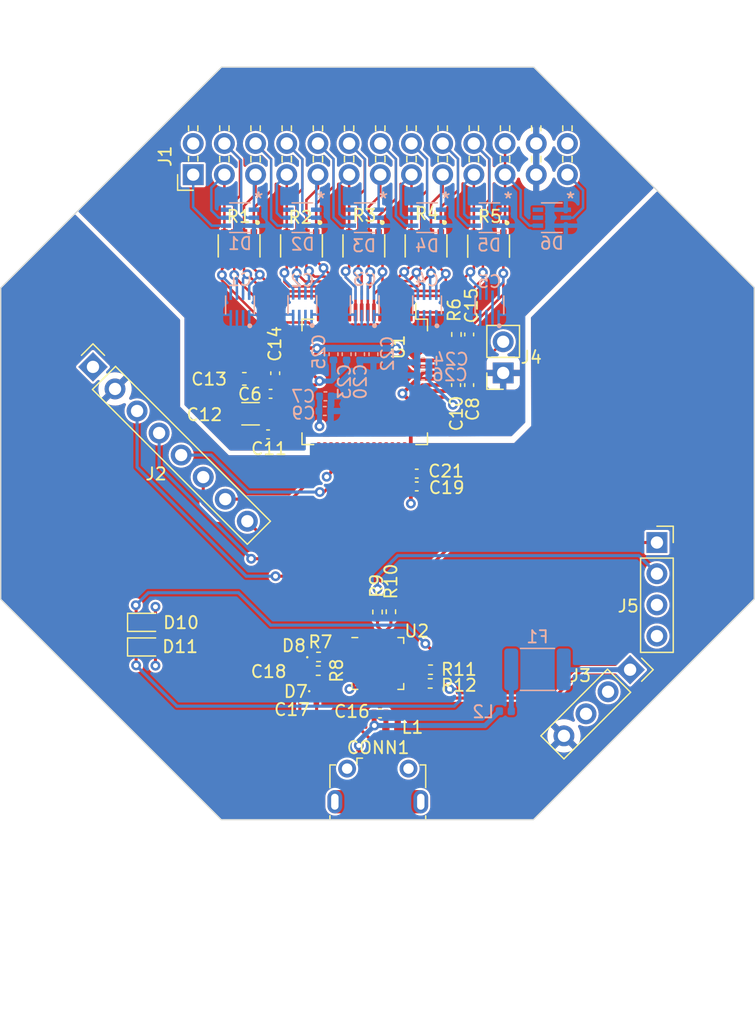
<source format=kicad_pcb>
(kicad_pcb (version 20211014) (generator pcbnew)
  (layers (0 "F.Cu" signal) (1 "In1.Cu" signal) (2 "In2.Cu" signal) (31 "B.Cu" signal) (34 "B.Paste" user) (35 "F.Paste" user) (36 "B.SilkS" user "B.Silkscreen") (37 "F.SilkS" user "F.Silkscreen") (38 "B.Mask" user) (39 "F.Mask" user) (44 "Edge.Cuts" user))
  (net 0 "")
  (net 1 "GNDA")
  (net 2 "/Daisy Functionality/_SRB1")
  (net 3 "/Daisy Functionality/_SRB2")
  (net 4 "/Daisy Functionality/IN1P")
  (net 5 "/Daisy Functionality/IN1N")
  (net 6 "/Daisy Functionality/IN2P")
  (net 7 "/Daisy Functionality/IN2N")
  (net 8 "/Daisy Functionality/IN3P")
  (net 9 "/Daisy Functionality/IN3N")
  (net 10 "/Daisy Functionality/IN4P")
  (net 11 "/Daisy Functionality/IN4N")
  (net 12 "/Daisy Functionality/IN5P")
  (net 13 "/Daisy Functionality/IN5N")
  (net 14 "/Daisy Functionality/IN6P")
  (net 15 "/Daisy Functionality/IN6N")
  (net 16 "/Daisy Functionality/IN7P")
  (net 17 "/Daisy Functionality/IN7N")
  (net 18 "/Daisy Functionality/IN8P")
  (net 19 "/Daisy Functionality/IN8N")
  (net 20 "/Daisy Functionality/BIAS_DRV")
  (net 21 "VSSA")
  (net 22 "Net-(C6-Pad2)")
  (net 23 "Net-(C10-Pad2)")
  (net 24 "Net-(C11-Pad2)")
  (net 25 "Net-(C12-Pad2)")
  (net 26 "Net-(C13-Pad1)")
  (net 27 "Net-(C15-Pad2)")
  (net 28 "Net-(C16-Pad1)")
  (net 29 "Net-(C16-Pad2)")
  (net 30 "Net-(C17-Pad1)")
  (net 31 "Net-(C18-Pad1)")
  (net 32 "VDD")
  (net 33 "VDDA")
  (net 35 "/1P")
  (net 36 "/SRB2")
  (net 38 "/3P")
  (net 39 "/2N")
  (net 40 "/1N")
  (net 41 "/2P")
  (net 43 "/5P")
  (net 44 "/4N")
  (net 45 "/3N")
  (net 46 "/4P")
  (net 48 "/7P")
  (net 49 "/6N")
  (net 50 "/5N")
  (net 51 "/6P")
  (net 54 "/8N")
  (net 55 "/7N")
  (net 56 "/8P")
  (net 58 "/BIAS")
  (net 61 "Net-(D10-Pad1)")
  (net 62 "Net-(D11-Pad1)")
  (net 63 "VCOM")
  (net 64 "Net-(F1-Pad2)")
  (net 65 "/_MISO")
  (net 66 "/SCLK")
  (net 67 "/RESET")
  (net 68 "/CLK")
  (net 69 "/MOSI")
  (net 70 "/CS2")
  (net 72 "/BIAS_INV")
  (net 73 "/RXD")
  (net 74 "/TXD")
  (net 77 "Net-(R7-Pad2)")
  (net 78 "Net-(R8-Pad2)")
  (net 79 "Net-(R9-Pad1)")
  (net 80 "Net-(R10-Pad1)")
  (net 81 "Net-(R11-Pad2)")
  (net 82 "Net-(R12-Pad2)")
  (net 90 "/Daisy Functionality/_DRDY")
  (net 104 "/SRB1")
  (footprint "Capacitor_SMD:C_0603_1608Metric" (layer "F.Cu") (at 128.8288 101.6254 180)
    (fp_text reference "C13")
    (fp_text value "10uF")
  )
  (footprint "LED_SMD:LED_0603_1608Metric" (layer "F.Cu") (at 120.8023 123.4694)
    (fp_text reference "D11")
    (fp_text value "LED_GREEN")
  )
  (footprint "Resistor Arrays:RESCAF80P320X160X60-8N" (layer "F.Cu") (at 133.4832 90.791 -90)
    (fp_text reference "R2")
    (fp_text value "CAY16-222J4LF")
  )
  (footprint "Diode_SMD:D_0402_1005Metric" (layer "F.Cu") (at 135.2042 127.0762)
    (fp_text reference "D7")
    (fp_text value "ESD_VARISTOR")
  )
  (footprint "Capacitor_SMD:C_0402_1005Metric" (layer "F.Cu") (at 131.3434 101.1682 90)
    (fp_text reference "C14")
    (fp_text value "0.1uF")
  )
  (footprint "Capacitor_SMD:C_0402_1005Metric" (layer "F.Cu") (at 147.1439 98.008 -90)
    (fp_text reference "C15")
    (fp_text value "1nF")
  )
  (footprint "Resistor_SMD:R_0402_1005Metric" (layer "F.Cu") (at 146.1025 98.006 -90)
    (fp_text reference "R6")
    (fp_text value "1M")
  )
  (footprint "Resistor_SMD:R_0402_1005Metric" (layer "F.Cu") (at 134.8486 125.3998)
    (fp_text reference "R8")
    (fp_text value "22 ohm")
  )
  (footprint "Resistor Arrays:RESCAF80P320X160X60-8N" (layer "F.Cu") (at 128.4032 90.791 -90)
    (fp_text reference "R1")
    (fp_text value "CAY16-222J4LF")
  )
  (footprint "Capacitor_SMD:C_0402_1005Metric" (layer "F.Cu") (at 130.7618 106.1466)
    (fp_text reference "C11")
    (fp_text value "1uF")
  )
  (footprint "Inductor_SMD:L_0402_1005Metric" (layer "F.Cu") (at 140.8406 130.0734)
    (fp_text reference "L1")
    (fp_text value "CHOKE")
  )
  (footprint "Resistor Arrays:RESCAF80P320X160X60-8N" (layer "F.Cu") (at 148.7232 90.8164 -90)
    (fp_text reference "R5")
    (fp_text value "CAY16-222J4LF")
  )
  (footprint "Connector_PinSocket_2.54mm:PinSocket_1x04_P2.54mm_Vertical" (layer "F.Cu") (at 160.2486 125.3236 -45)
    (fp_text reference "J3")
    (fp_text value "Conn_01x04")
  )
  (footprint "Capacitor_SMD:C_0402_1005Metric" (layer "F.Cu") (at 142.8724 110.3884)
    (fp_text reference "C19")
    (fp_text value "1uF")
  )
  (footprint "Package_DFN_QFN:QFN-24-1EP_4x4mm_P0.5mm_EP2.6x2.6mm" (layer "F.Cu") (at 139.7 124.8156)
    (fp_text reference "U2")
    (fp_text value "CP2102N-Axx-xQFN24")
  )
  (footprint "Connector_PinHeader_2.54mm:PinHeader_2x13_P2.54mm_Horizontal" (layer "F.Cu") (at 124.6632 84.9884 90)
    (fp_text reference "J1")
    (fp_text value "Conn_02x13_Odd_Even")
  )
  (footprint "Capacitor_SMD:C_0201_0603Metric" (layer "F.Cu") (at 135.0162 128.0668)
    (fp_text reference "C17")
    (fp_text value "47pF")
  )
  (footprint "Connector_PinSocket_2.54mm:PinSocket_1x04_P2.54mm_Vertical" (layer "F.Cu") (at 162.433 114.9604)
    (fp_text reference "J5")
    (fp_text value "Conn_01x04")
  )
  (footprint "Connector_USB:USB_Micro-B_Molex-105017-0001" (layer "F.Cu") (at 139.7 134.8428)
    (fp_text reference "CONN1")
    (fp_text value "USB_B_Micro")
  )
  (footprint "Capacitor_SMD:C_0402_1005Metric" (layer "F.Cu") (at 146.0754 102.1308 -90)
    (fp_text reference "C10")
    (fp_text value "0.1uF")
  )
  (footprint "Resistor_SMD:R_0402_1005Metric" (layer "F.Cu") (at 143.9672 126.4412 180)
    (fp_text reference "R12")
    (fp_text value "330 ohm")
  )
  (footprint "Capacitor_SMD:C_0402_1005Metric" (layer "F.Cu") (at 139.8804 128.8796)
    (fp_text reference "C16")
    (fp_text value "0.01uF")
  )
  (footprint "Package_QFP:TQFP-64_10x10mm_P0.5mm" (layer "F.Cu") (at 138.6349 101.8688 -90)
    (fp_text reference "U1")
    (fp_text value "ADS129x")
  )
  (footprint "LED_SMD:LED_0603_1608Metric" (layer "F.Cu") (at 120.8023 121.4628)
    (fp_text reference "D10")
    (fp_text value "LED_RED")
  )
  (footprint "Resistor_SMD:R_0402_1005Metric" (layer "F.Cu") (at 134.874 124.2822)
    (fp_text reference "R7")
    (fp_text value "22 ohm")
  )
  (footprint "Resistor_SMD:R_0402_1005Metric" (layer "F.Cu") (at 140.7668 120.5972 90)
    (fp_text reference "R10")
    (fp_text value "1k ohm")
  )
  (footprint "Capacitor_SMD:C_0201_0603Metric" (layer "F.Cu") (at 133.0304 125.4252 180)
    (fp_text reference "C18")
    (fp_text value "47pF")
  )
  (footprint "Capacitor_SMD:C_0402_1005Metric" (layer "F.Cu") (at 147.1422 102.1308 -90)
    (fp_text reference "C8")
    (fp_text value "1uF")
  )
  (footprint "Connector_PinSocket_2.54mm:PinSocket_1x02_P2.54mm_Vertical" (layer "F.Cu") (at 149.9108 101.1428 180)
    (fp_text reference "J4")
    (fp_text value "Conn_01x02")
  )
  (footprint "Resistor_SMD:R_0402_1005Metric" (layer "F.Cu") (at 143.9926 125.3236 180)
    (fp_text reference "R11")
    (fp_text value "330 ohm")
  )
  (footprint "Diode_SMD:D_0402_1005Metric" (layer "F.Cu") (at 132.865 124.3076 180)
    (fp_text reference "D8")
    (fp_text value "ESD_VARISTOR")
  )
  (footprint "Resistor Arrays:RESCAF80P320X160X60-8N" (layer "F.Cu") (at 143.6306 90.791 -90)
    (fp_text reference "R4")
    (fp_text value "CAY16-222J4LF")
  )
  (footprint "Capacitor_SMD:C_0402_1005Metric" (layer "F.Cu") (at 130.965 102.8446)
    (fp_text reference "C6")
    (fp_text value "1uF")
  )
  (footprint "Resistor Arrays:RESCAF80P320X160X60-8N" (layer "F.Cu") (at 138.5632 90.791 -90)
    (fp_text reference "R3")
    (fp_text value "CAY16-222J4LF")
  )
  (footprint "Capacitor_SMD:C_0402_1005Metric" (layer "F.Cu") (at 142.8724 109.347)
    (fp_text reference "C21")
    (fp_text value "0.1uF")
  )
  (footprint "Connector_PinSocket_2.54mm:PinSocket_1x08_P2.54mm_Vertical" (layer "F.Cu") (at 116.5 100.65 45)
    (fp_text reference "J2")
    (fp_text value "Conn_01x08")
  )
  (footprint "Resistor_SMD:R_0402_1005Metric" (layer "F.Cu") (at 139.6746 120.6226 90)
    (fp_text reference "R9")
    (fp_text value "1k ohm")
  )
  (footprint "Capacitor_SMD:C_1206_3216Metric" (layer "F.Cu") (at 129.3368 104.4702)
    (fp_text reference "C12")
    (fp_text value "100uF")
  )
  (footprint "Capacitor_SMD:C_0402_1005Metric" (layer "B.Cu") (at 143.3856 101.346 180)
    (fp_text reference "C26")
    (fp_text value "0.1uF")
  )
  (footprint "Capacitor_SMD:C_0402_1005Metric" (layer "B.Cu") (at 136.0932 99.6162 -90)
    (fp_text reference "C25")
    (fp_text value "0.1uF")
  )
  (footprint "Capacitor Arrays:CAPCAXE50P210X130X94-8N" (layer "B.Cu") (at 148.7932 95.6056 90)
    (fp_text reference "C5")
    (fp_text value "CA0508KRX7R9BB102")
  )
  (footprint "Capacitor Arrays:CAPCAXE50P210X130X94-8N" (layer "B.Cu") (at 143.7132 95.6056 90)
    (fp_text reference "C4")
    (fp_text value "CA0508KRX7R9BB102")
  )
  (footprint "Capacitor_SMD:C_0402_1005Metric" (layer "B.Cu") (at 138.2522 99.6162 -90)
    (fp_text reference "C20")
    (fp_text value "1uF")
  )
  (footprint "TSV - Diodes:TPD4E1B06DCKR" (layer "B.Cu") (at 143.7132 88.4936 180)
    (fp_text reference "D4")
    (fp_text value "DCK6_TEX")
  )
  (footprint "TSV - Diodes:TPD4E1B06DCKR" (layer "B.Cu") (at 153.8732 88.4936 180)
    (fp_text reference "D6")
    (fp_text value "DCK6_TEX")
  )
  (footprint "Capacitor Arrays:CAPCAXE50P210X130X94-8N" (layer "B.Cu") (at 128.4732 95.6056 90)
    (fp_text reference "C1")
    (fp_text value "CA0508KRX7R9BB102")
  )
  (footprint "Fuse:Fuse_1812_4532Metric" (layer "B.Cu") (at 152.7048 125.2982 180)
    (fp_text reference "F1")
    (fp_text value "SM_FUSE")
  )
  (footprint "Capacitor_SMD:C_0402_1005Metric" (layer "B.Cu") (at 135.382 104.2442)
    (fp_text reference "C9")
    (fp_text value "1uF")
  )
  (footprint "TSV - Diodes:TPD4E1B06DCKR" (layer "B.Cu") (at 138.6332 88.4936 180)
    (fp_text reference "D3")
    (fp_text value "DCK6_TEX")
  )
  (footprint "Capacitor_SMD:C_0402_1005Metric" (layer "B.Cu") (at 137.16 99.6162 -90)
    (fp_text reference "C23")
    (fp_text value "1uF")
  )
  (footprint "Capacitor Arrays:CAPCAXE50P210X130X94-8N" (layer "B.Cu") (at 138.6332 95.5913 90)
    (fp_text reference "C3")
    (fp_text value "CA0508KRX7R9BB102")
  )
  (footprint "Inductor_SMD:L_0402_1005Metric" (layer "B.Cu") (at 150.0886 128.7018 180)
    (fp_text reference "L2")
    (fp_text value "CHOKE")
  )
  (footprint "Capacitor_SMD:C_0402_1005Metric" (layer "B.Cu") (at 143.3856 100.2792 180)
    (fp_text reference "C24")
    (fp_text value "1uF")
  )
  (footprint "TSV - Diodes:TPD4E1B06DCKR" (layer "B.Cu") (at 128.4732 88.4936 180)
    (fp_text reference "D1")
    (fp_text value "DCK6_TEX")
  )
  (footprint "Capacitor Arrays:CAPCAXE50P210X130X94-8N" (layer "B.Cu") (at 133.5532 95.5802 90)
    (fp_text reference "C2")
    (fp_text value "CA0508KRX7R9BB102")
  )
  (footprint "Capacitor_SMD:C_0402_1005Metric" (layer "B.Cu") (at 139.3444 99.6162 -90)
    (fp_text reference "C22")
    (fp_text value "0.1uF")
  )
  (footprint "TSV - Diodes:TPD4E1B06DCKR" (layer "B.Cu") (at 133.5532 88.4936 180)
    (fp_text reference "D2")
    (fp_text value "DCK6_TEX")
  )
  (footprint "Capacitor_SMD:C_0402_1005Metric" (layer "B.Cu") (at 135.4328 103.0478)
    (fp_text reference "C7")
    (fp_text value "1uF")
  )
  (footprint "TSV - Diodes:TPD4E1B06DCKR" (layer "B.Cu") (at 148.7932 88.4936 180)
    (fp_text reference "D5")
    (fp_text value "DCK6_TEX")
  )
  (gr_poly (pts (xy 170.3578 94.1832) (xy 170.3578 119.5578) (xy 152.3746 137.541) (xy 126.9492 137.541) (xy 108.9914 119.5832) (xy 108.9914 94.2086) (xy 126.9746 76.2254) (xy 152.4 76.2254)) (layer "Edge.Cuts") (width 0.1016) (fill none))
  (segment (start 138.95 124.0656) (end 139.7 124.8156) (width 0.25) (layer "F.Cu") (net 1))
  (segment (start 132.38 122.8392) (end 132.38 124.3076) (width 0.25) (layer "F.Cu") (net 1))
  (segment (start 135.4074 122.7582) (end 132.461 122.7582) (width 0.25) (layer "F.Cu") (net 1))
  (segment (start 137.7625 124.0656) (end 136.7148 124.0656) (width 0.25) (layer "F.Cu") (net 1))
  (segment (start 136.7148 124.0656) (end 135.4074 122.7582) (width 0.25) (layer "F.Cu") (net 1))
  (segment (start 137.7625 124.0656) (end 138.95 124.0656) (width 0.25) (layer "F.Cu") (net 1))
  (segment (start 132.461 122.7582) (end 132.38 122.8392) (width 0.25) (layer "F.Cu") (net 1))
  (segment (start 134.8849 107.5313) (end 134.8849 108.572704) (width 0.25) (layer "F.Cu") (net 1))
  (segment (start 134.8849 108.572704) (end 134.390702 109.066902) (width 0.25) (layer "F.Cu") (net 1))
  (segment (start 137.8832 96.3913) (end 137.8832 97.548) (width 0.2032) (layer "B.Cu") (net 1))
  (segment (start 139.3832 96.3913) (end 140.1555 96.3913) (width 0.2032) (layer "B.Cu") (net 1))
  (segment (start 139.3832 96.3913) (end 139.3832 97.5226) (width 0.2032) (layer "B.Cu") (net 1))
  (segment (start 148.0432 96.4056) (end 148.0432 97.524) (width 0.2032) (layer "B.Cu") (net 1))
  (segment (start 149.5432 96.4056) (end 150.3298 96.4056) (width 0.2032) (layer "B.Cu") (net 1))
  (segment (start 149.0432 96.4056) (end 149.0432 97.54) (width 0.2032) (layer "B.Cu") (net 1))
  (segment (start 128.7232 96.4056) (end 128.7232 97.5574) (width 0.2032) (layer "B.Cu") (net 1))
  (segment (start 134.3032 96.3802) (end 135.2168 96.3802) (width 0.2032) (layer "B.Cu") (net 1))
  (segment (start 149.0432 97.54) (end 148.7932 97.79) (width 0.2032) (layer "B.Cu") (net 1))
  (segment (start 128.2232 96.4056) (end 128.2232 97.4892) (width 0.2032) (layer "B.Cu") (net 1))
  (segment (start 127.7232 96.4056) (end 126.784 96.4056) (width 0.2032) (layer "B.Cu") (net 1))
  (segment (start 138.3832 96.3913) (end 138.3832 97.5146) (width 0.2032) (layer "B.Cu") (net 1))
  (segment (start 142.9632 96.4056) (end 142.9632 97.524) (width 0.2032) (layer "B.Cu") (net 1))
  (segment (start 137.8832 96.3913) (end 137.0601 96.3913) (width 0.2032) (layer "B.Cu") (net 1))
  (segment (start 148.0432 96.4056) (end 147.2818 96.4056) (width 0.2032) (layer "B.Cu") (net 1))
  (segment (start 133.3032 96.3802) (end 133.3032 97.5908) (width 0.2032) (layer "B.Cu") (net 1))
  (segment (start 132.8032 96.3802) (end 132.8032 97.5988) (width 0.2032) (layer "B.Cu") (net 1))
  (segment (start 143.9632 96.4056) (end 143.9632 97.413) (width 0.2032) (layer "B.Cu") (net 1))
  (segment (start 149.5432 96.4056) (end 149.5432 97.3702) (width 0.2032) (layer "B.Cu") (net 1))
  (segment (start 129.2232 96.4056) (end 130.1622 96.4056) (width 0.2032) (layer "B.Cu") (net 1))
  (segment (start 144.4632 96.4056) (end 144.4632 97.5494) (width 0.2032) (layer "B.Cu") (net 1))
  (segment (start 132.8032 96.3802) (end 131.8894 96.3802) (width 0.2032) (layer "B.Cu") (net 1))
  (segment (start 133.8032 96.3802) (end 133.8032 97.5828) (width 0.2032) (layer "B.Cu") (net 1))
  (segment (start 148.7932 97.79) (end 148.5432 97.54) (width 0.2032) (layer "B.Cu") (net 1))
  (segment (start 127.7232 96.4056) (end 127.7232 97.4972) (width 0.2032) (layer "B.Cu") (net 1))
  (segment (start 129.2232 96.4056) (end 129.2232 97.4986) (width 0.2032) (layer "B.Cu") (net 1))
  (segment (start 134.3032 96.3802) (end 134.3032 97.5494) (width 0.2032) (layer "B.Cu") (net 1))
  (segment (start 142.9632 96.4056) (end 142.1002 96.4056) (width 0.2032) (layer "B.Cu") (net 1))
  (segment (start 148.5432 97.54) (end 148.5432 96.4056) (width 0.2032) (layer "B.Cu") (net 1))
  (segment (start 143.4632 96.4056) (end 143.4632 97.4812) (width 0.2032) (layer "B.Cu") (net 1))
  (segment (start 149.0432 94.8056) (end 149.0432 96.4056) (width 0.2032) (layer "B.Cu") (net 1))
  (segment (start 144.4632 96.4056) (end 145.3768 96.4056) (width 0.2032) (layer "B.Cu") (net 1))
  (segment (start 138.8832 96.3913) (end 138.8832 97.54) (width 0.2032) (layer "B.Cu") (net 1))
  (segment (start 131.5198 98.1188) (end 132.9724 98.1188) (width 0.2032) (layer "F.Cu") (net 2))
  (segment (start 127.003697 93.1672) (end 127.003697 92.680903) (width 0.2032) (layer "F.Cu") (net 2))
  (segment (start 127.003697 93.602697) (end 131.5198 98.1188) (width 0.2032) (layer "F.Cu") (net 2))
  (segment (start 127.003697 92.680903) (end 127.2032 92.4814) (width 0.2032) (layer "F.Cu") (net 2))
  (segment (start 127.2032 92.4814) (end 127.2032 91.666) (width 0.2032) (layer "F.Cu") (net 2))
  (segment (start 127.003697 93.1672) (end 127.003697 93.602697) (width 0.2032) (layer "F.Cu") (net 2))
  (via (at 127.003697 93.1672) (size 0.8) (drill 0.4) (layers "F.Cu" "B.Cu") (net 2))
  (segment (start 127.7232 93.9666) (end 127.7232 94.8056) (width 0.2032) (layer "B.Cu") (net 2))
  (segment (start 127.003697 93.1672) (end 127.003697 93.247097) (width 0.2032) (layer "B.Cu") (net 2))
  (segment (start 127.003697 93.247097) (end 127.7232 93.9666) (width 0.2032) (layer "B.Cu") (net 2))
  (segment (start 134.0452 98.6188) (end 132.9724 98.6188) (width 0.2032) (layer "F.Cu") (net 3))
  (segment (start 134.4422 97.409) (end 134.4422 98.2218) (width 0.2032) (layer "F.Cu") (net 3))
  (segment (start 128.0032 93.1672) (end 128.0032 91.666) (width 0.2032) (layer "F.Cu") (net 3))
  (segment (start 134.0612 97.028) (end 134.4422 97.409) (width 0.2032) (layer "F.Cu") (net 3))
  (segment (start 128.0032 93.2814) (end 131.7498 97.028) (width 0.2032) (layer "F.Cu") (net 3))
  (segment (start 128.0032 93.1672) (end 128.0032 93.2814) (width 0.2032) (layer "F.Cu") (net 3))
  (segment (start 134.4422 98.2218) (end 134.0452 98.6188) (width 0.2032) (layer "F.Cu") (net 3))
  (segment (start 131.7498 97.028) (end 134.0612 97.028) (width 0.2032) (layer "F.Cu") (net 3))
  (via (at 128.0032 93.1672) (size 0.8) (drill 0.4) (layers "F.Cu" "B.Cu") (net 3))
  (segment (start 128.2232 94.8056) (end 128.2232 93.3872) (width 0.2032) (layer "B.Cu") (net 3))
  (segment (start 128.2232 93.3872) (end 128.0032 93.1672) (width 0.2032) (layer "B.Cu") (net 3))
  (segment (start 129.0701 93.1037) (end 128.8032 92.8368) (width 0.2032) (layer "F.Cu") (net 4))
  (segment (start 134.8849 95.0323) (end 134.8849 96.2063) (width 0.2032) (layer "F.Cu") (net 4))
  (segment (start 130.8608 94.8944) (end 134.747 94.8944) (width 0.2032) (layer "F.Cu") (net 4))
  (segment (start 134.747 94.8944) (end 134.8849 95.0323) (width 0.2032) (layer "F.Cu") (net 4))
  (segment (start 128.8032 92.8368) (end 128.8032 91.666) (width 0.2032) (layer "F.Cu") (net 4))
  (segment (start 129.0701 93.1037) (end 130.8608 94.8944) (width 0.2032) (layer "F.Cu") (net 4))
  (via (at 129.0701 93.1037) (size 0.8) (drill 0.4) (layers "F.Cu" "B.Cu") (net 4))
  (segment (start 129.0701 93.1037) (end 128.7232 93.4506) (width 0.2032) (layer "B.Cu") (net 4))
  (segment (start 128.7232 93.4506) (end 128.7232 94.8056) (width 0.2032) (layer "B.Cu") (net 4))
  (segment (start 129.6162 91.679) (end 129.6032 91.666) (width 0.2032) (layer "F.Cu") (net 5))
  (segment (start 130.086327 93.130684) (end 129.6162 92.660557) (width 0.2032) (layer "F.Cu") (net 5))
  (segment (start 135.3849 94.966615) (end 135.3849 96.2063) (width 0.2032) (layer "F.Cu") (net 5))
  (segment (start 131.426 94.4944) (end 134.912686 94.4944) (width 0.2032) (layer "F.Cu") (net 5))
  (segment (start 134.912686 94.4944) (end 135.3849 94.966615) (width 0.2032) (layer "F.Cu") (net 5))
  (segment (start 129.6162 92.660557) (end 129.6162 91.679) (width 0.2032) (layer "F.Cu") (net 5))
  (segment (start 130.086327 93.154727) (end 131.426 94.4944) (width 0.2032) (layer "F.Cu") (net 5))
  (segment (start 130.086327 93.130684) (end 130.086327 93.154727) (width 0.2032) (layer "F.Cu") (net 5))
  (via (at 130.086327 93.130684) (size 0.8) (drill 0.4) (layers "F.Cu" "B.Cu") (net 5))
  (segment (start 129.2232 94.8056) (end 129.2232 93.993811) (width 0.2032) (layer "B.Cu") (net 5))
  (segment (start 129.2232 93.993811) (end 130.086327 93.130684) (width 0.2032) (layer "B.Cu") (net 5))
  (segment (start 132.096905 93.717505) (end 132.4738 94.0944) (width 0.2032) (layer "F.Cu") (net 6))
  (segment (start 132.096905 92.986254) (end 132.2832 92.799959) (width 0.2032) (layer "F.Cu") (net 6))
  (segment (start 132.4738 94.0944) (end 135.078372 94.094401) (width 0.2032) (layer "F.Cu") (net 6))
  (segment (start 132.2832 92.799959) (end 132.2832 91.666) (width 0.2032) (layer "F.Cu") (net 6))
  (segment (start 135.078372 94.094401) (end 135.8849 94.90093) (width 0.2032) (layer "F.Cu") (net 6))
  (segment (start 132.096905 92.986254) (end 132.096905 93.717505) (width 0.2032) (layer "F.Cu") (net 6))
  (segment (start 135.8849 94.90093) (end 135.8849 96.2063) (width 0.2032) (layer "F.Cu") (net 6))
  (via (at 132.096905 92.986254) (size 0.8) (drill 0.4) (layers "F.Cu" "B.Cu") (net 6))
  (segment (start 132.096905 93.565105) (end 132.096905 92.986254) (width 0.2032) (layer "B.Cu") (net 6))
  (segment (start 132.8032 94.7802) (end 132.8032 94.2714) (width 0.2032) (layer "B.Cu") (net 6))
  (segment (start 132.8032 94.2714) (end 132.096905 93.565105) (width 0.2032) (layer "B.Cu") (net 6))
  (segment (start 133.7756 93.6944) (end 135.244058 93.694401) (width 0.2032) (layer "F.Cu") (net 7))
  (segment (start 136.3849 94.835245) (end 136.3849 96.2063) (width 0.2032) (layer "F.Cu") (net 7))
  (segment (start 133.096 93.0148) (end 133.7756 93.6944) (width 0.2032) (layer "F.Cu") (net 7))
  (segment (start 135.244058 93.694401) (end 136.3849 94.835245) (width 0.2032) (layer "F.Cu") (net 7))
  (segment (start 133.096 93.0148) (end 133.0832 93.002) (width 0.2032) (layer "F.Cu") (net 7))
  (segment (start 133.0832 93.002) (end 133.0832 91.666) (width 0.2032) (layer "F.Cu") (net 7))
  (via (at 133.096 93.0148) (size 0.8) (drill 0.4) (layers "F.Cu" "B.Cu") (net 7))
  (segment (start 133.3032 93.9586) (end 133.3032 94.7802) (width 0.2032) (layer "B.Cu") (net 7))
  (segment (start 133.096 93.0148) (end 133.096 93.7514) (width 0.2032) (layer "B.Cu") (net 7))
  (segment (start 133.096 93.7514) (end 133.3032 93.9586) (width 0.2032) (layer "B.Cu") (net 7))
  (segment (start 134.094731 92.8425) (end 133.8832 92.630969) (width 0.2032) (layer "F.Cu") (net 8))
  (segment (start 133.8832 92.630969) (end 133.8832 91.666) (width 0.2032) (layer "F.Cu") (net 8))
  (segment (start 135.409745 93.294401) (end 136.8849 94.769556) (width 0.2032) (layer "F.Cu") (net 8))
  (segment (start 136.8849 94.769556) (end 136.8849 96.2063) (width 0.2032) (layer "F.Cu") (net 8))
  (segment (start 134.546632 93.294401) (end 135.409745 93.294401) (width 0.2032) (layer "F.Cu") (net 8))
  (segment (start 134.094731 92.8425) (end 134.546632 93.294401) (width 0.2032) (layer "F.Cu") (net 8))
  (via (at 134.094731 92.8425) (size 0.8) (drill 0.4) (layers "F.Cu" "B.Cu") (net 8))
  (segment (start 133.8032 93.9586) (end 134.094731 93.667069) (width 0.2032) (layer "B.Cu") (net 8))
  (segment (start 134.094731 93.667069) (end 134.094731 92.8425) (width 0.2032) (layer "B.Cu") (net 8))
  (segment (start 133.8032 94.7802) (end 133.8032 93.9586) (width 0.2032) (layer "B.Cu") (net 8))
  (segment (start 134.6832 92.00217) (end 134.6832 91.666) (width 0.2032) (layer "F.Cu") (net 9))
  (segment (start 135.275931 92.594901) (end 137.3849 94.70387) (width 0.2032) (layer "F.Cu") (net 9))
  (segment (start 135.275931 92.594901) (end 134.6832 92.00217) (width 0.2032) (layer "F.Cu") (net 9))
  (segment (start 137.3849 94.70387) (end 137.3849 96.2063) (width 0.2032) (layer "F.Cu") (net 9))
  (via (at 135.275931 92.594901) (size 0.8) (drill 0.4) (layers "F.Cu" "B.Cu") (net 9))
  (segment (start 135.275931 93.070069) (end 135.275931 92.594901) (width 0.2032) (layer "B.Cu") (net 9))
  (segment (start 134.3032 94.7802) (end 134.3032 94.0428) (width 0.2032) (layer "B.Cu") (net 9))
  (segment (start 134.3032 94.0428) (end 135.275931 93.070069) (width 0.2032) (layer "B.Cu") (net 9))
  (segment (start 137.0838 92.8624) (end 137.0838 93.356628) (width 0.2032) (layer "F.Cu") (net 10))
  (segment (start 137.0838 93.356628) (end 137.8849 94.157728) (width 0.2032) (layer "F.Cu") (net 10))
  (segment (start 137.3632 92.583) (end 137.0838 92.8624) (width 0.2032) (layer "F.Cu") (net 10))
  (segment (start 137.8849 94.157728) (end 137.8849 96.2063) (width 0.2032) (layer "F.Cu") (net 10))
  (segment (start 137.3632 91.666) (end 137.3632 92.583) (width 0.2032) (layer "F.Cu") (net 10))
  (via (at 137.0838 92.8624) (size 0.8) (drill 0.4) (layers "F.Cu" "B.Cu") (net 10))
  (segment (start 137.8832 94.1444) (end 137.0838 93.345) (width 0.2032) (layer "B.Cu") (net 10))
  (segment (start 137.0838 93.345) (end 137.0838 92.8624) (width 0.2032) (layer "B.Cu") (net 10))
  (segment (start 137.8832 94.7913) (end 137.8832 94.1444) (width 0.2032) (layer "B.Cu") (net 10))
  (segment (start 138.081846 92.916348) (end 138.081846 92.473754) (width 0.2032) (layer "F.Cu") (net 11))
  (segment (start 138.3849 93.219402) (end 138.3849 96.2063) (width 0.2032) (layer "F.Cu") (net 11))
  (segment (start 138.081846 92.916348) (end 138.3849 93.219402) (width 0.2032) (layer "F.Cu") (net 11))
  (segment (start 138.1632 92.3924) (end 138.1632 91.666) (width 0.2032) (layer "F.Cu") (net 11))
  (segment (start 138.081846 92.473754) (end 138.1632 92.3924) (width 0.2032) (layer "F.Cu") (net 11))
  (via (at 138.081846 92.916348) (size 0.8) (drill 0.4) (layers "F.Cu" "B.Cu") (net 11))
  (segment (start 138.081846 93.581046) (end 138.081846 92.916348) (width 0.2032) (layer "B.Cu") (net 11))
  (segment (start 138.3832 93.8824) (end 138.081846 93.581046) (width 0.2032) (layer "B.Cu") (net 11))
  (segment (start 138.3832 94.7913) (end 138.3832 93.8824) (width 0.2032) (layer "B.Cu") (net 11))
  (segment (start 138.8849 94.2871) (end 138.8849 96.2063) (width 0.2032) (layer "F.Cu") (net 12))
  (segment (start 138.9632 92.795005) (end 138.9632 91.666) (width 0.2032) (layer "F.Cu") (net 12))
  (segment (start 139.081343 92.913148) (end 139.081343 94.090657) (width 0.2032) (layer "F.Cu") (net 12))
  (segment (start 139.081343 94.090657) (end 138.8849 94.2871) (width 0.2032) (layer "F.Cu") (net 12))
  (segment (start 139.081343 92.913148) (end 138.9632 92.795005) (width 0.2032) (layer "F.Cu") (net 12))
  (via (at 139.081343 92.913148) (size 0.8) (drill 0.4) (layers "F.Cu" "B.Cu") (net 12))
  (segment (start 138.8832 94.7913) (end 138.8832 93.857) (width 0.2032) (layer "B.Cu") (net 12))
  (segment (start 139.081343 93.658857) (end 139.081343 92.913148) (width 0.2032) (layer "B.Cu") (net 12))
  (segment (start 138.8832 93.857) (end 139.081343 93.658857) (width 0.2032) (layer "B.Cu") (net 12))
  (segment (start 140.080845 94.030955) (end 139.3849 94.7269) (width 0.2032) (layer "F.Cu") (net 13))
  (segment (start 140.080845 92.913206) (end 140.080845 94.030955) (width 0.2032) (layer "F.Cu") (net 13))
  (segment (start 140.080845 91.983645) (end 139.7632 91.666) (width 0.2032) (layer "F.Cu") (net 13))
  (segment (start 140.080845 92.913206) (end 140.080845 91.983645) (width 0.2032) (layer "F.Cu") (net 13))
  (segment (start 139.3849 94.7269) (end 139.3849 96.2063) (width 0.2032) (layer "F.Cu") (net 13))
  (via (at 140.080845 92.913206) (size 0.8) (drill 0.4) (layers "F.Cu" "B.Cu") (net 13))
  (segment (start 139.3832 94.7913) (end 139.3832 93.9412) (width 0.2032) (layer "B.Cu") (net 13))
  (segment (start 140.080845 93.243555) (end 140.080845 92.913206) (width 0.2032) (layer "B.Cu") (net 13))
  (segment (start 139.3832 93.9412) (end 140.080845 93.243555) (width 0.2032) (layer "B.Cu") (net 13))
  (segment (start 142.4306 92.34622) (end 142.4306 91.666) (width 0.2032) (layer "F.Cu") (net 14))
  (segment (start 139.8849 94.848128) (end 139.8849 96.2063) (width 0.2032) (layer "F.Cu") (net 14))
  (segment (start 141.8191 92.913928) (end 139.8849 94.848128) (width 0.2032) (layer "F.Cu") (net 14))
  (segment (start 141.851353 92.913928) (end 141.8191 92.913928) (width 0.2032) (layer "F.Cu") (net 14))
  (segment (start 141.862892 92.913928) (end 142.4306 92.34622) (width 0.2032) (layer "F.Cu") (net 14))
  (segment (start 141.851353 92.913928) (end 141.862892 92.913928) (width 0.2032) (layer "F.Cu") (net 14))
  (via (at 141.851353 92.913928) (size 0.8) (drill 0.4) (layers "F.Cu" "B.Cu") (net 14))
  (segment (start 142.9632 94.3476) (end 141.851353 93.235753) (width 0.2032) (layer "B.Cu") (net 14))
  (segment (start 141.851353 93.235753) (end 141.851353 92.913928) (width 0.2032) (layer "B.Cu") (net 14))
  (segment (start 142.9632 94.8056) (end 142.9632 94.3476) (width 0.2032) (layer "B.Cu") (net 14))
  (segment (start 141.636114 93.6626) (end 140.3849 94.913814) (width 0.2032) (layer "F.Cu") (net 15))
  (segment (start 143.2306 92.583) (end 143.2306 91.666) (width 0.2032) (layer "F.Cu") (net 15))
  (segment (start 142.8496 92.964) (end 142.8496 92.9894) (width 0.2032) (layer "F.Cu") (net 15))
  (segment (start 142.8496 92.964) (end 143.2306 92.583) (width 0.2032) (layer "F.Cu") (net 15))
  (segment (start 142.1764 93.6626) (end 141.636114 93.6626) (width 0.2032) (layer "F.Cu") (net 15))
  (segment (start 140.3849 94.913814) (end 140.3849 96.2063) (width 0.2032) (layer "F.Cu") (net 15))
  (segment (start 142.8496 92.9894) (end 142.1764 93.6626) (width 0.2032) (layer "F.Cu") (net 15))
  (via (at 142.8496 92.964) (size 0.8) (drill 0.4) (layers "F.Cu" "B.Cu") (net 15))
  (segment (start 142.8496 93.379224) (end 142.8496 92.964) (width 0.2032) (layer "B.Cu") (net 15))
  (segment (start 143.4632 93.992824) (end 142.8496 93.379224) (width 0.2032) (layer "B.Cu") (net 15))
  (segment (start 143.4632 94.8056) (end 143.4632 93.992824) (width 0.2032) (layer "B.Cu") (net 15))
  (segment (start 141.8018 94.0626) (end 140.8849 94.9795) (width 0.2032) (layer "F.Cu") (net 16))
  (segment (start 142.983374 94.0626) (end 141.8018 94.0626) (width 0.2032) (layer "F.Cu") (net 16))
  (segment (start 144.0306 93.015374) (end 142.983374 94.0626) (width 0.2032) (layer "F.Cu") (net 16))
  (segment (start 140.8849 94.9795) (end 140.8849 96.2063) (width 0.2032) (layer "F.Cu") (net 16))
  (segment (start 144.0306 93.015374) (end 144.0306 91.666) (width 0.2032) (layer "F.Cu") (net 16))
  (via (at 144.0306 93.015374) (size 0.8) (drill 0.4) (layers "F.Cu" "B.Cu") (net 16))
  (segment (start 143.9632 93.082774) (end 144.0306 93.015374) (width 0.2032) (layer "B.Cu") (net 16))
  (segment (start 143.9632 94.8056) (end 143.9632 93.082774) (width 0.2032) (layer "B.Cu") (net 16))
  (segment (start 145.2372 93.0656) (end 144.8306 92.659) (width 0.2032) (layer "F.Cu") (net 17))
  (segment (start 145.2372 93.0656) (end 145.2372 93.9546) (width 0.2032) (layer "F.Cu") (net 17))
  (segment (start 144.7292 94.4626) (end 141.967486 94.4626) (width 0.2032) (layer "F.Cu") (net 17))
  (segment (start 141.3849 95.045186) (end 141.3849 96.2063) (width 0.2032) (layer "F.Cu") (net 17))
  (segment (start 145.2372 93.9546) (end 144.7292 94.4626) (width 0.2032) (layer "F.Cu") (net 17))
  (segment (start 141.967486 94.4626) (end 141.3849 95.045186) (width 0.2032) (layer "F.Cu") (net 17))
  (segment (start 144.8306 92.659) (end 144.8306 91.666) (width 0.2032) (layer "F.Cu") (net 17))
  (via (at 145.2372 93.0656) (size 0.8) (drill 0.4) (layers "F.Cu" "B.Cu") (net 17))
  (segment (start 144.4632 94.8056) (end 144.4632 93.8396) (width 0.2032) (layer "B.Cu") (net 17))
  (segment (start 144.4632 93.8396) (end 145.2372 93.0656) (width 0.2032) (layer "B.Cu") (net 17))
  (segment (start 147.2438 92.9132) (end 147.5232 92.6338) (width 0.2032) (layer "F.Cu") (net 18))
  (segment (start 147.5232 92.6338) (end 147.5232 91.6914) (width 0.2032) (layer "F.Cu") (net 18))
  (segment (start 147.2438 92.9132) (end 145.2944 94.8626) (width 0.2032) (layer "F.Cu") (net 18))
  (segment (start 142.2718 94.8626) (end 141.8849 95.2495) (width 0.2032) (layer "F.Cu") (net 18))
  (segment (start 145.2944 94.8626) (end 142.2718 94.8626) (width 0.2032) (layer "F.Cu") (net 18))
  (segment (start 141.8849 95.2495) (end 141.8849 96.2063) (width 0.2032) (layer "F.Cu") (net 18))
  (via (at 147.2438 92.9132) (size 0.8) (drill 0.4) (layers "F.Cu" "B.Cu") (net 18))
  (segment (start 147.2438 93.4974) (end 147.2438 92.9132) (width 0.2032) (layer "B.Cu") (net 18))
  (segment (start 148.0432 94.2968) (end 147.2438 93.4974) (width 0.2032) (layer "B.Cu") (net 18))
  (segment (start 148.0432 94.8056) (end 148.0432 94.2968) (width 0.2032) (layer "B.Cu") (net 18))
  (segment (start 148.2598 92.964) (end 148.2598 93.472) (width 0.2032) (layer "F.Cu") (net 19))
  (segment (start 148.2598 93.472) (end 145.5255 96.2063) (width 0.2032) (layer "F.Cu") (net 19))
  (segment (start 148.2598 92.964) (end 148.2598 92.202) (width 0.2032) (layer "F.Cu") (net 19))
  (segment (start 145.5255 96.2063) (end 142.3849 96.2063) (width 0.2032) (layer "F.Cu") (net 19))
  (via (at 148.2598 92.964) (size 0.8) (drill 0.4) (layers "F.Cu" "B.Cu") (net 19))
  (segment (start 148.5432 94.8056) (end 148.5432 93.7046) (width 0.2032) (layer "B.Cu") (net 19))
  (segment (start 148.2598 93.4212) (end 148.2598 92.964) (width 0.2032) (layer "B.Cu") (net 19))
  (segment (start 148.5432 93.7046) (end 148.2598 93.4212) (width 0.2032) (layer "B.Cu") (net 19))
  (segment (start 147.1119 97.496) (end 147.1439 97.528) (width 0.2032) (layer "F.Cu") (net 20))
  (segment (start 146.1025 97.496) (end 147.1119 97.496) (width 0.2032) (layer "F.Cu") (net 20))
  (segment (start 149.9232 91.6914) (end 149.9232 93.0278) (width 0.2032) (layer "F.Cu") (net 20))
  (segment (start 149.9232 93.0278) (end 149.9232 94.7487) (width 0.2032) (layer "F.Cu") (net 20))
  (segment (start 149.9232 94.7487) (end 147.1439 97.528) (width 0.2032) (layer "F.Cu") (net 20))
  (via (at 149.9232 93.0278) (size 0.8) (drill 0.4) (layers "F.Cu" "B.Cu") (net 20))
  (segment (start 149.9232 93.0278) (end 149.9232 93.739) (width 0.2032) (layer "B.Cu") (net 20))
  (segment (start 149.5432 94.119) (end 149.5432 94.8056) (width 0.2032) (layer "B.Cu") (net 20))
  (segment (start 149.9232 93.739) (end 149.5432 94.119) (width 0.2032) (layer "B.Cu") (net 20))
  (segment (start 130.2818 106.1466) (end 128.7018 106.1466) (width 0.4064) (layer "F.Cu") (net 21))
  (segment (start 131.3434 100.584) (end 130.7846 100.0252) (width 0.4064) (layer "F.Cu") (net 21))
  (segment (start 144.2974 101.1188) (end 143.407 101.1188) (width 0.3048) (layer "F.Cu") (net 21))
  (segment (start 132.9724 99.6188) (end 131.699 99.6188) (width 0.254) (layer "F.Cu") (net 21))
  (segment (start 128.0538 102.603) (end 127.8636 102.7932) (width 0.4064) (layer "F.Cu") (net 21))
  (segment (start 130.7338 106.9848) (end 130.2818 106.5328) (width 0.25) (layer "F.Cu") (net 21))
  (segment (start 144.2974 103.6188) (end 142.5062 103.6188) (width 0.3048) (layer "F.Cu") (net 21))
  (segment (start 132.9724 106.4226) (end 132.4102 106.9848) (width 0.25) (layer "F.Cu") (net 21))
  (segment (start 142.9192 101.6188) (end 142.9131 101.6127) (width 0.2032) (layer "F.Cu") (net 21))
  (segment (start 131.699 99.6188) (end 131.3434 99.9744) (width 0.254) (layer "F.Cu") (net 21))
  (segment (start 145.5434 101.1188) (end 146.0754 101.6508) (width 0.3048) (layer "F.Cu") (net 21))
  (segment (start 134.9502 101.8032) (end 134.6346 102.1188) (width 0.25) (layer "F.Cu") (net 21))
  (segment (start 146.0754 101.6508) (end 147.1422 101.6508) (width 0.3048) (layer "F.Cu") (net 21))
  (segment (start 127.915 102.8446) (end 127.8636 102.7932) (width 0.25) (layer "F.Cu") (net 21))
  (segment (start 128.0538 100.9526) (end 128.0538 101.6254) (width 0.4064) (layer "F.Cu") (net 21))
  (segment (start 144.2974 101.6188) (end 146.0434 101.6188) (width 0.3048) (layer "F.Cu") (net 21))
  (segment (start 146.0434 101.6188) (end 146.0754 101.6508) (width 0.2032) (layer "F.Cu") (net 21))
  (segment (start 128.9812 100.0252) (end 128.0538 100.9526) (width 0.4064) (layer "F.Cu") (net 21))
  (segment (start 131.3434 99.9744) (end 131.3434 100.6882) (width 0.254) (layer "F.Cu") (net 21))
  (segment (start 131.774 101.1188) (end 131.3434 100.6882) (width 0.254) (layer "F.Cu") (net 21))
  (segment (start 128.0538 101.6254) (end 128.0538 102.603) (width 0.4064) (layer "F.Cu") (net 21))
  (segment (start 130.2818 106.5328) (end 130.2818 106.1466) (width 0.25) (layer "F.Cu") (net 21))
  (segment (start 134.9502 101.8032) (end 134.2658 101.1188) (width 0.25) (layer "F.Cu") (net 21))
  (segment (start 132.9724 101.1188) (end 131.774 101.1188) (width 0.254) (layer "F.Cu") (net 21))
  (segment (start 127.8636 104.4684) (end 127.8618 104.4702) (width 0.25) (layer "F.Cu") (net 21))
  (segment (start 144.2974 101.1188) (end 145.5434 101.1188) (width 0.3048) (layer "F.Cu") (net 21))
  (segment (start 128.7018 106.1466) (end 127.8618 105.3066) (width 0.4064) (layer "F.Cu") (net 21))
  (segment (start 142.9131 101.6127) (end 141.7066 102.8192) (width 0.3048) (layer "F.Cu") (net 21))
  (segment (start 132.4102 106.9848) (end 130.7338 106.9848) (width 0.25) (layer "F.Cu") (net 21))
  (segment (start 131.3434 100.6882) (end 131.3434 100.584) (width 0.25) (layer "F.Cu") (net 21))
  (segment (start 144.2974 101.6188) (end 142.9192 101.6188) (width 0.3048) (layer "F.Cu") (net 21))
  (segment (start 143.407 101.1188) (end 142.9131 101.6127) (width 0.3048) (layer "F.Cu") (net 21))
  (segment (start 134.2658 101.1188) (end 132.9724 101.1188) (width 0.25) (layer "F.Cu") (net 21))
  (segment (start 134.6346 102.1188) (end 132.9724 102.1188) (width 0.25) (layer "F.Cu") (net 21))
  (segment (start 142.5062 103.6188) (end 141.7066 102.8192) (width 0.3048) (layer "F.Cu") (net 21))
  (segment (start 130.7846 100.0252) (end 128.9812 100.0252) (width 0.4064) (layer "F.Cu") (net 21))
  (segment (start 130.485 102.8446) (end 127.915 102.8446) (width 0.4064) (layer "F.Cu") (net 21))
  (segment (start 127.8636 102.7932) (end 127.8636 104.4684) (width 0.4064) (layer "F.Cu") (net 21))
  (segment (start 132.9724 105.6188) (end 132.9724 106.4226) (width 0.25) (layer "F.Cu") (net 21))
  (via (at 134.9502 101.8032) (size 0.8) (drill 0.4) (layers "F.Cu" "B.Cu") (net 21))
  (via (at 134.9502 105.4862) (size 0.8) (drill 0.4) (layers "F.Cu" "B.Cu") (net 21))
  (via (at 141.7066 102.8192) (size 0.8) (drill 0.4) (layers "F.Cu" "B.Cu") (net 21))
  (segment (start 134.9502 105.4862) (end 134.9502 104.7424) (width 0.4064) (layer "B.Cu") (net 21))
  (segment (start 135.9154 101.8032) (end 137.16 100.5586) (width 0.4064) (layer "B.Cu") (net 21))
  (segment (start 136.0932 100.0962) (end 136.0932 101.6254) (width 0.4064) (layer "B.Cu") (net 21))
  (segment (start 137.16 100.5586) (end 137.16 100.0962) (width 0.4064) (layer "B.Cu") (net 21))
  (segment (start 134.9528 104.7398) (end 134.9528 103.0478) (width 0.4064) (layer "B.Cu") (net 21))
  (segment (start 134.9502 104.7424) (end 134.9528 104.7398) (width 0.25) (layer "B.Cu") (net 21))
  (segment (start 126.176799 89.143599) (end 127.33655 89.143599) (width 0.2032) (layer "B.Cu") (net 21))
  (segment (start 134.9528 104.1934) (end 134.902 104.2442) (width 0.25) (layer "B.Cu") (net 21))
  (segment (start 124.6632 84.9884) (end 124.6632 87.63) (width 0.2032) (layer "B.Cu") (net 21))
  (segment (start 134.9502 101.8032) (end 135.9154 101.8032) (width 0.4064) (layer "B.Cu") (net 21))
  (segment (start 136.0932 101.6254) (end 135.9154 101.8032) (width 0.4064) (layer "B.Cu") (net 21))
  (segment (start 124.6632 87.63) (end 126.176799 89.143599) (width 0.2032) (layer "B.Cu") (net 21))
  (segment (start 134.9528 103.0478) (end 134.9528 104.1934) (width 0.4064) (layer "B.Cu") (net 21))
  (segment (start 132.0264 102.6188) (end 132.9724 102.6188) (width 0.25) (layer "F.Cu") (net 22))
  (segment (start 131.8006 102.8446) (end 132.0264 102.6188) (width 0.25) (layer "F.Cu") (net 22))
  (segment (start 131.445 102.8446) (end 131.8006 102.8446) (width 0.25) (layer "F.Cu") (net 22))
  (segment (start 146.0674 102.6188) (end 146.0754 102.6108) (width 0.2032) (layer "F.Cu") (net 23))
  (segment (start 144.2974 102.6188) (end 146.0674 102.6188) (width 0.3048) (layer "F.Cu") (net 23))
  (segment (start 146.0754 102.6108) (end 147.1422 102.6108) (width 0.3048) (layer "F.Cu") (net 23))
  (segment (start 131.826 104.962015) (end 132.169215 104.6188) (width 0.25) (layer "F.Cu") (net 24))
  (segment (start 131.826 105.943385) (end 131.826 104.962015) (width 0.25) (layer "F.Cu") (net 24))
  (segment (start 132.169215 104.6188) (end 132.9724 104.6188) (width 0.25) (layer "F.Cu") (net 24))
  (segment (start 131.622785 106.1466) (end 131.826 105.943385) (width 0.25) (layer "F.Cu") (net 24))
  (segment (start 131.2418 106.1466) (end 131.622785 106.1466) (width 0.25) (layer "F.Cu") (net 24))
  (segment (start 132.169215 103.6188) (end 132.9724 103.6188) (width 0.25) (layer "F.Cu") (net 25))
  (segment (start 130.8118 104.4702) (end 131.317815 104.4702) (width 0.25) (layer "F.Cu") (net 25))
  (segment (start 131.317815 104.4702) (end 132.169215 103.6188) (width 0.25) (layer "F.Cu") (net 25))
  (segment (start 129.6266 101.6482) (end 131.3434 101.6482) (width 0.25) (layer "F.Cu") (net 26))
  (segment (start 132.9724 101.6188) (end 131.3728 101.6188) (width 0.25) (layer "F.Cu") (net 26))
  (segment (start 129.6038 101.6254) (end 129.6266 101.6482) (width 0.25) (layer "F.Cu") (net 26))
  (segment (start 131.3728 101.6188) (end 131.3434 101.6482) (width 0.25) (layer "F.Cu") (net 26))
  (segment (start 144.2974 99.1188) (end 145.4997 99.1188) (width 0.2032) (layer "F.Cu") (net 27))
  (segment (start 144.2974 98.6188) (end 145.9997 98.6188) (width 0.2032) (layer "F.Cu") (net 27))
  (segment (start 145.4997 99.1188) (end 146.1025 98.516) (width 0.2032) (layer "F.Cu") (net 27))
  (segment (start 145.9997 98.6188) (end 146.1025 98.516) (width 0.2032) (layer "F.Cu") (net 27))
  (segment (start 146.1025 98.516) (end 147.1159 98.516) (width 0.2032) (layer "F.Cu") (net 27))
  (segment (start 147.1159 98.516) (end 147.1439 98.488) (width 0.2032) (layer "F.Cu") (net 27))
  (segment (start 139.4004 129.85) (end 139.4206 129.8702) (width 0.25) (layer "F.Cu") (net 28))
  (segment (start 138.4 132.3294) (end 138.4 133.3803) (width 0.4064) (layer "F.Cu") (net 28))
  (segment (start 138.1506 131.4958) (end 138.1506 132.08) (width 0.4064) (layer "F.Cu") (net 28))
  (segment (start 138.1506 132.08) (end 138.4 132.3294) (width 0.4064) (layer "F.Cu") (net 28))
  (segment (start 139.4004 128.8796) (end 139.4004 129.85) (width 0.4064) (layer "F.Cu") (net 28))
  (via (at 139.4206 129.8702) (size 0.8) (drill 0.4) (layers "F.Cu" "B.Cu") (net 28))
  (via (at 138.1506 131.4958) (size 0.8) (drill 0.4) (layers "F.Cu" "B.Cu") (net 28))
  (segment (start 139.4206 129.8702) (end 138.1506 131.1402) (width 0.4064) (layer "B.Cu") (net 28))
  (segment (start 148.4352 129.8702) (end 149.6036 128.7018) (width 0.4064) (layer "B.Cu") (net 28))
  (segment (start 138.1506 131.1402) (end 138.1506 131.4958) (width 0.4064) (layer "B.Cu") (net 28))
  (segment (start 139.4206 129.8702) (end 148.4352 129.8702) (width 0.4064) (layer "B.Cu") (net 28))
  (segment (start 140.3604 128.8796) (end 140.3604 130.0686) (width 0.4064) (layer "F.Cu") (net 29))
  (segment (start 141 133.3803) (end 140.35 133.3803) (width 0.4064) (layer "F.Cu") (net 29))
  (segment (start 140.3556 130.0734) (end 140.35 130.079) (width 0.25) (layer "F.Cu") (net 29))
  (segment (start 140.3604 130.0686) (end 140.3556 130.0734) (width 0.25) (layer "F.Cu") (net 29))
  (segment (start 140.35 130.079) (end 140.35 133.3803) (width 0.4064) (layer "F.Cu") (net 29))
  (segment (start 134.3386 127.1804) (end 134.717 127.5588) (width 0.25) (layer "F.Cu") (net 30))
  (segment (start 134.717 128.7226) (end 135.8392 129.8448) (width 0.25) (layer "F.Cu") (net 30))
  (segment (start 139.05 130.9474) (end 139.05 133.3803) (width 0.25) (layer "F.Cu") (net 30))
  (segment (start 134.3386 125.3998) (end 134.3386 127.1804) (width 0.25) (layer "F.Cu") (net 30))
  (segment (start 134.717 127.5588) (end 134.717 128.7226) (width 0.25) (layer "F.Cu") (net 30))
  (segment (start 135.8392 129.8448) (end 137.9474 129.8448) (width 0.25) (layer "F.Cu") (net 30))
  (segment (start 137.9474 129.8448) (end 139.05 130.9474) (width 0.25) (layer "F.Cu") (net 30))
  (segment (start 134.3386 124.3076) (end 134.364 124.2822) (width 0.25) (layer "F.Cu") (net 31))
  (segment (start 135.9662 134.5692) (end 133.35 131.953) (width 0.25) (layer "F.Cu") (net 31))
  (segment (start 133.35 124.3076) (end 134.3386 124.3076) (width 0.25) (layer "F.Cu") (net 31))
  (segment (start 139.7 134.3053) (end 139.4361 134.5692) (width 0.25) (layer "F.Cu") (net 31))
  (segment (start 133.35 131.953) (end 133.35 125.4256) (width 0.25) (layer "F.Cu") (net 31))
  (segment (start 139.4361 134.5692) (end 135.9662 134.5692) (width 0.25) (layer "F.Cu") (net 31))
  (segment (start 133.35 125.4248) (end 133.3504 125.4252) (width 0.25) (layer "F.Cu") (net 31))
  (segment (start 133.35 125.4256) (end 133.3504 125.4252) (width 0.25) (layer "F.Cu") (net 31))
  (segment (start 133.35 124.3076) (end 133.35 125.4248) (width 0.25) (layer "F.Cu") (net 31))
  (segment (start 139.7 133.3803) (end 139.7 134.3053) (width 0.25) (layer "F.Cu") (net 31))
  (segment (start 137.7625 126.5245) (end 137.3886 126.8984) (width 0.25) (layer "F.Cu") (net 32))
  (segment (start 142.3924 110.3884) (end 142.3924 111.7854) (width 0.3048) (layer "F.Cu") (net 32))
  (segment (start 137.7625 126.0656) (end 137.7625 126.5245) (width 0.25) (layer "F.Cu") (net 32))
  (segment (start 135.8849 109.2505) (end 135.5344 109.601) (width 0.25) (layer "F.Cu") (net 32))
  (segment (start 121.5898 121.4628) (end 121.5898 120.1928) (width 0.25) (layer "F.Cu") (net 32))
  (segment (start 142.3849 104.7825) (end 142.3849 105.228115) (width 0.3048) (layer "F.Cu") (net 32))
  (segment (start 142.3849 109.3395) (end 142.3924 109.347) (width 0.25) (layer "F.Cu") (net 32))
  (segment (start 137.7625 125.5656) (end 137.7625 126.0656) (width 0.25) (layer "F.Cu") (net 32))
  (segment (start 142.494215 105.1188) (end 142.3849 105.228115) (width 0.25) (layer "F.Cu") (net 32))
  (segment (start 142.3849 107.5313) (end 142.3849 109.3395) (width 0.3048) (layer "F.Cu") (net 32))
  (segment (start 144.2974 104.1188) (end 143.0486 104.1188) (width 0.3048) (layer "F.Cu") (net 32))
  (segment (start 137.3886 126.8984) (end 137.5156 126.7714) (width 0.25) (layer "F.Cu") (net 32))
  (segment (start 142.3849 105.228115) (end 142.3849 107.5313) (width 0.3048) (layer "F.Cu") (net 32))
  (segment (start 143.0486 104.1188) (end 142.3849 104.7825) (width 0.3048) (layer "F.Cu") (net 32))
  (segment (start 144.2974 105.1188) (end 142.494215 105.1188) (width 0.3048) (layer "F.Cu") (net 32))
  (segment (start 142.3924 109.347) (end 142.3924 110.3884) (width 0.3048) (layer "F.Cu") (net 32))
  (segment (start 138.4317 126.7714) (end 138.45 126.7531) (width 0.25) (layer "F.Cu") (net 32))
  (segment (start 137.5156 126.7714) (end 138.4317 126.7714) (width 0.25) (layer "F.Cu") (net 32))
  (segment (start 135.8849 107.5313) (end 135.8849 109.2505) (width 0.25) (layer "F.Cu") (net 32))
  (segment (start 121.5898 123.4694) (end 121.5898 124.9934) (width 0.25) (layer "F.Cu") (net 32))
  (via (at 135.5344 109.601) (size 0.8) (drill 0.4) (layers "F.Cu" "B.Cu") (net 32))
  (via (at 142.3924 111.7854) (size 0.8) (drill 0.4) (layers "F.Cu" "B.Cu") (net 32))
  (via (at 121.5898 120.1928) (size 0.8) (drill 0.4) (layers "F.Cu" "B.Cu") (net 32))
  (via (at 137.3886 126.8984) (size 0.8) (drill 0.4) (layers "F.Cu" "B.Cu") (net 32))
  (via (at 121.5898 124.9934) (size 0.8) (drill 0.4) (layers "F.Cu" "B.Cu") (net 32))
  (segment (start 144.2974 100.6188) (end 142.6812 100.6188) (width 0.3048) (layer "F.Cu") (net 33))
  (segment (start 132.9724 100.1188) (end 134.12 100.1188) (width 0.25) (layer "F.Cu") (net 33))
  (segment (start 134.7296 99.1188) (end 134.747 99.1362) (width 0.25) (layer "F.Cu") (net 33))
  (segment (start 145.2066 103.1188) (end 144.2974 103.1188) (width 0.25) (layer "F.Cu") (net 33))
  (segment (start 142.6812 100.6188) (end 141.1986 99.1362) (width 0.3048) (layer "F.Cu") (net 33))
  (segment (start 145.8214 103.7336) (end 145.2066 103.1188) (width 0.25) (layer "F.Cu") (net 33))
  (segment (start 144.2748 103.1414) (end 144.2974 103.1188) (width 0.25) (layer "F.Cu") (net 33))
  (segment (start 142.875 102.5652) (end 143.4512 103.1414) (width 0.25) (layer "F.Cu") (net 33))
  (segment (start 134.747 99.4918) (end 134.747 99.1362) (width 0.25) (layer "F.Cu") (net 33))
  (segment (start 132.9724 100.1188) (end 132.9724 100.6188) (width 0.25) (layer "F.Cu") (net 33))
  (segment (start 132.9724 99.1188) (end 134.7296 99.1188) (width 0.3048) (layer "F.Cu") (net 33))
  (segment (start 143.3214 102.1188) (end 142.875 102.5652) (width 0.25) (layer "F.Cu") (net 33))
  (segment (start 143.4512 103.1414) (end 144.2748 103.1414) (width 0.25) (layer "F.Cu") (net 33))
  (segment (start 134.12 100.1188) (end 134.747 99.4918) (width 0.25) (layer "F.Cu") (net 33))
  (segment (start 144.2974 102.1188) (end 143.3214 102.1188) (width 0.25) (layer "F.Cu") (net 33))
  (via (at 141.1986 99.1362) (size 0.8) (drill 0.4) (layers "F.Cu" "B.Cu") (net 33))
  (via (at 134.747 99.1362) (size 0.8) (drill 0.4) (layers "F.Cu" "B.Cu") (net 33))
  (via (at 145.8214 103.7336) (size 0.8) (drill 0.4) (layers "F.Cu" "B.Cu") (net 33))
  (segment (start 143.8656 101.7778) (end 143.8656 101.346) (width 0.25) (layer "B.Cu") (net 33))
  (segment (start 136.0932 99.1362) (end 134.747 99.1362) (width 0.5588) (layer "B.Cu") (net 33))
  (segment (start 137.16 99.1362) (end 136.0932 99.1362) (width 0.5588) (layer "B.Cu") (net 33))
  (segment (start 155.1432 84.9884) (end 156.4132 86.2584) (width 0.2032) (layer "B.Cu") (net 33))
  (segment (start 155.613101 88.4936) (end 155.00985 88.4936) (width 0.2032) (layer "B.Cu") (net 33))
  (segment (start 139.3444 99.1362) (end 138.2522 99.1362) (width 0.5588) (layer "B.Cu") (net 33))
  (segment (start 156.4132 86.2584) (end 156.4132 87.693501) (width 0.2032) (layer "B.Cu") (net 33))
  (segment (start 138.2522 99.1362) (end 137.16 99.1362) (width 0.5588) (layer "B.Cu") (net 33))
  (segment (start 143.8656 100.2792) (end 143.8656 101.346) (width 0.5588) (layer "B.Cu") (net 33))
  (segment (start 145.8214 103.7336) (end 143.8656 101.7778) (width 0.25) (layer "B.Cu") (net 33))
  (segment (start 156.4132 87.693501) (end 155.613101 88.4936) (width 0.2032) (layer "B.Cu") (net 33))
  (segment (start 139.3444 99.1362) (end 141.1986 99.1362) (width 0.5588) (layer "B.Cu") (net 33))
  (segment (start 129.7432 84.9884) (end 129.7432 86.5886) (width 0.2032) (layer "F.Cu") (net 35))
  (segment (start 128.8032 87.5286) (end 128.8032 89.916) (width 0.2032) (layer "F.Cu") (net 35))
  (segment (start 129.7432 86.5886) (end 128.8032 87.5286) (width 0.2032) (layer "F.Cu") (net 35))
  (segment (start 129.60985 85.12175) (end 129.7432 84.9884) (width 0.2032) (layer "B.Cu") (net 35))
  (segment (start 129.60985 87.843601) (end 129.60985 85.12175) (width 0.2032) (layer "B.Cu") (net 35))
  (segment (start 127.2032 82.4484) (end 128.4732 83.7184) (width 0.2032) (layer "F.Cu") (net 36))
  (segment (start 128.0032 87.1856) (end 128.0032 89.916) (width 0.2032) (layer "F.Cu") (net 36))
  (segment (start 128.4732 86.7156) (end 128.0032 87.1856) (width 0.2032) (layer "F.Cu") (net 36))
  (segment (start 128.4732 83.7184) (end 128.4732 86.7156) (width 0.2032) (layer "F.Cu") (net 36))
  (segment (start 129.006599 88.4936) (end 129.60985 88.4936) (width 0.2032) (layer "B.Cu") (net 36))
  (segment (start 128.5682 88.055201) (end 129.006599 88.4936) (width 0.2032) (layer "B.Cu") (net 36))
  (segment (start 128.5682 83.8134) (end 128.5682 88.055201) (width 0.2032) (layer "B.Cu") (net 36))
  (segment (start 127.2032 82.4484) (end 128.5682 83.8134) (width 0.2032) (layer "B.Cu") (net 36))
  (segment (start 133.8832 87.046) (end 133.8832 89.916) (width 0.2032) (layer "F.Cu") (net 38))
  (segment (start 134.8232 84.9884) (end 134.8232 86.106) (width 0.2032) (layer "F.Cu") (net 38))
  (segment (start 134.8232 86.106) (end 133.8832 87.046) (width 0.2032) (layer "F.Cu") (net 38))
  (segment (start 134.68985 85.12175) (end 134.8232 84.9884) (width 0.2032) (layer "B.Cu") (net 38))
  (segment (start 134.68985 87.843601) (end 134.68985 85.12175) (width 0.2032) (layer "B.Cu") (net 38))
  (segment (start 133.0706 86.6394) (end 133.0706 89.9034) (width 0.2032) (layer "F.Cu") (net 39))
  (segment (start 133.0706 89.9034) (end 133.0832 89.916) (width 0.2032) (layer "F.Cu") (net 39))
  (segment (start 132.2832 82.4484) (end 133.5532 83.7184) (width 0.2032) (layer "F.Cu") (net 39))
  (segment (start 133.5532 86.1568) (end 133.0706 86.6394) (width 0.2032) (layer "F.Cu") (net 39))
  (segment (start 133.5532 83.7184) (end 133.5532 86.1568) (width 0.2032) (layer "F.Cu") (net 39))
  (segment (start 133.5532 87.9824) (end 133.5532 83.7184) (width 0.2032) (layer "B.Cu") (net 39))
  (segment (start 134.0644 88.4936) (end 133.5532 87.9824) (width 0.2032) (layer "B.Cu") (net 39))
  (segment (start 133.5532 83.7184) (end 132.2832 82.4484) (width 0.2032) (layer "B.Cu") (net 39))
  (segment (start 134.68985 88.4936) (end 134.0644 88.4936) (width 0.2032) (layer "B.Cu") (net 39))
  (segment (start 129.7432 82.4484) (end 131.0132 83.7184) (width 0.2032) (layer "F.Cu") (net 40))
  (segment (start 131.0132 83.7184) (end 131.0132 86.2838) (width 0.2032) (layer "F.Cu") (net 40))
  (segment (start 129.6032 87.6938) (end 129.6032 89.916) (width 0.2032) (layer "F.Cu") (net 40))
  (segment (start 131.0132 86.2838) (end 129.6032 87.6938) (width 0.2032) (layer "F.Cu") (net 40))
  (segment (start 131.0132 83.7438) (end 129.7432 82.4738) (width 0.2032) (layer "B.Cu") (net 40))
  (segment (start 132.41655 89.143599) (end 131.536199 89.143599) (width 0.2032) (layer "B.Cu") (net 40))
  (segment (start 131.536199 89.143599) (end 131.0132 88.6206) (width 0.2032) (layer "B.Cu") (net 40))
  (segment (start 131.0132 88.6206) (end 131.0132 83.7438) (width 0.2032) (layer "B.Cu") (net 40))
  (segment (start 129.7432 82.4738) (end 129.7432 82.4484) (width 0.2032) (layer "B.Cu") (net 40))
  (segment (start 132.2832 84.9884) (end 132.2832 89.916) (width 0.2032) (layer "F.Cu") (net 41))
  (segment (start 132.41655 88.4936) (end 131.860099 88.4936) (width 0.2032) (layer "B.Cu") (net 41))
  (segment (start 131.4704 85.8012) (end 132.2832 84.9884) (width 0.2032) (layer "B.Cu") (net 41))
  (segment (start 131.4704 88.103901) (end 131.4704 85.8012) (width 0.2032) (layer "B.Cu") (net 41))
  (segment (start 131.860099 88.4936) (end 131.4704 88.103901) (width 0.2032) (layer "B.Cu") (net 41))
  (segment (start 139.9032 84.9884) (end 139.9032 86.6648) (width 0.2032) (layer "F.Cu") (net 43))
  (segment (start 138.9632 87.6048) (end 138.9632 89.916) (width 0.2032) (layer "F.Cu") (net 43))
  (segment (start 139.9032 86.6648) (end 138.9632 87.6048) (width 0.2032) (layer "F.Cu") (net 43))
  (segment (start 139.76985 85.12175) (end 139.9032 84.9884) (width 0.2032) (layer "B.Cu") (net 43))
  (segment (start 139.76985 87.843601) (end 139.76985 85.12175) (width 0.2032) (layer "B.Cu") (net 43))
  (segment (start 137.3632 82.4484) (end 138.6332 83.7184) (width 0.2032) (layer "F.Cu") (net 44))
  (segment (start 138.1252 86.7156) (end 138.1252 89.878) (width 0.2032) (layer "F.Cu") (net 44))
  (segment (start 138.1252 89.878) (end 138.1632 89.916) (width 0.2032) (layer "F.Cu") (net 44))
  (segment (start 138.6332 83.7184) (end 138.6332 86.2076) (width 0.2032) (layer "F.Cu") (net 44))
  (segment (start 138.6332 86.2076) (end 138.1252 86.7156) (width 0.2032) (layer "F.Cu") (net 44))
  (segment (start 138.6586 83.7438) (end 137.3632 82.4484) (width 0.2032) (layer "B.Cu") (net 44))
  (segment (start 139.216599 88.4936) (end 138.6586 87.935601) (width 0.2032) (layer "B.Cu") (net 44))
  (segment (start 139.76985 88.4936) (end 139.216599 88.4936) (width 0.2032) (layer "B.Cu") (net 44))
  (segment (start 138.6586 87.935601) (end 138.6586 83.7438) (width 0.2032) (layer "B.Cu") (net 44))
  (segment (start 134.8232 82.4484) (end 136.0932 83.7184) (width 0.2032) (layer "F.Cu") (net 45))
  (segment (start 136.0932 83.7184) (end 136.0932 85.9536) (width 0.2032) (layer "F.Cu") (net 45))
  (segment (start 134.6832 87.3636) (end 134.6832 89.916) (width 0.2032) (layer "F.Cu") (net 45))
  (segment (start 136.0932 85.9536) (end 134.6832 87.3636) (width 0.2032) (layer "F.Cu") (net 45))
  (segment (start 136.0932 83.7184) (end 136.0932 88.4682) (width 0.2032) (layer "B.Cu") (net 45))
  (segment (start 136.0932 88.4682) (end 136.768599 89.143599) (width 0.2032) (layer "B.Cu") (net 45))
  (segment (start 136.768599 89.143599) (end 137.49655 89.143599) (width 0.2032) (layer "B.Cu") (net 45))
  (segment (start 134.8232 82.4484) (end 136.0932 83.7184) (width 0.2032) (layer "B.Cu") (net 45))
  (segment (start 137.3632 84.9884) (end 137.3632 89.916) (width 0.2032) (layer "F.Cu") (net 46))
  (segment (start 136.5758 88.1983) (end 136.5758 85.7758) (width 0.2032) (layer "B.Cu") (net 46))
  (segment (start 136.5758 85.7758) (end 137.3632 84.9884) (width 0.2032) (layer "B.Cu") (net 46))
  (segment (start 136.8711 88.4936) (end 136.5758 88.1983) (width 0.2032) (layer "B.Cu") (net 46))
  (segment (start 137.49655 88.4936) (end 136.8711 88.4936) (width 0.2032) (layer "B.Cu") (net 46))
  (segment (start 144.9832 84.9884) (end 144.9832 86.4108) (width 0.2032) (layer "F.Cu") (net 48))
  (segment (start 144.9832 86.4108) (end 144.0306 87.3634) (width 0.2032) (layer "F.Cu") (net 48))
  (segment (start 144.0306 87.3634) (end 144.0306 89.916) (width 0.2032) (layer "F.Cu") (net 48))
  (segment (start 144.84985 85.12175) (end 144.9832 84.9884) (width 0.2032) (layer "B.Cu") (net 48))
  (segment (start 144.84985 87.843601) (end 144.84985 85.12175) (width 0.2032) (layer "B.Cu") (net 48))
  (segment (start 143.7132 83.7184) (end 143.7132 86.2838) (width 0.2032) (layer "F.Cu") (net 49))
  (segment (start 143.7132 86.2838) (end 143.2306 86.7664) (width 0.2032) (layer "F.Cu") (net 49))
  (segment (start 142.4432 82.4484) (end 143.7132 83.7184) (width 0.2032) (layer "F.Cu") (net 49))
  (segment (start 143.2306 86.7664) (end 143.2306 89.916) (width 0.2032) (layer "F.Cu") (net 49))
  (segment (start 143.7132 83.7184) (end 143.7132 88.2396) (width 0.2032) (layer "B.Cu") (net 49))
  (segment (start 143.7132 88.2396) (end 143.9672 88.4936) (width 0.2032) (layer "B.Cu") (net 49))
  (segment (start 142.4432 82.4484) (end 143.7132 83.7184) (width 0.2032) (layer "B.Cu") (net 49))
  (segment (start 143.9672 88.4936) (end 144.84985 88.4936) (width 0.2032) (layer "B.Cu") (net 49))
  (segment (start 141.1732 86.9442) (end 139.7632 88.3542) (width 0.2032) (layer "F.Cu") (net 50))
  (segment (start 139.7632 88.3542) (end 139.7632 89.916) (width 0.2032) (layer "F.Cu") (net 50))
  (segment (start 139.9032 82.4484) (end 141.1732 83.7184) (width 0.2032) (layer "F.Cu") (net 50))
  (segment (start 141.1732 83.7184) (end 141.1732 86.9442) (width 0.2032) (layer "F.Cu") (net 50))
  (segment (start 142.57655 89.143599) (end 141.9511 89.143599) (width 0.2032) (layer "B.Cu") (net 50))
  (segment (start 141.1732 88.365699) (end 141.1732 83.7184) (width 0.2032) (layer "B.Cu") (net 50))
  (segment (start 141.9511 89.143599) (end 141.1732 88.365699) (width 0.2032) (layer "B.Cu") (net 50))
  (segment (start 141.1732 83.7184) (end 139.9032 82.4484) (width 0.2032) (layer "B.Cu") (net 50))
  (segment (start 142.4432 89.9034) (end 142.4306 89.916) (width 0.2032) (layer "F.Cu") (net 51))
  (segment (start 142.4432 84.9884) (end 142.4432 89.9034) (width 0.2032) (layer "F.Cu") (net 51))
  (segment (start 141.583493 88.210306) (end 141.583493 85.848107) (width 0.2032) (layer "B.Cu") (net 51))
  (segment (start 141.866787 88.4936) (end 141.583493 88.210306) (width 0.2032) (layer "B.Cu") (net 51))
  (segment (start 141.583493 85.848107) (end 142.4432 84.9884) (width 0.2032) (layer "B.Cu") (net 51))
  (segment (start 142.57655 88.4936) (end 141.866787 88.4936) (width 0.2032) (layer "B.Cu") (net 51))
  (segment (start 148.7678 87.0458) (end 148.3232 87.4904) (width 0.2032) (layer "F.Cu") (net 54))
  (segment (start 147.5232 82.4484) (end 148.7678 83.693) (width 0.2032) (layer "F.Cu") (net 54))
  (segment (start 148.3232 87.4904) (end 148.3232 89.9414) (width 0.2032) (layer "F.Cu") (net 54))
  (segment (start 148.7678 83.693) (end 148.7678 87.0458) (width 0.2032) (layer "F.Cu") (net 54))
  (segment (start 148.7932 83.7184) (end 147.5232 82.4484) (width 0.2032) (layer "B.Cu") (net 54))
  (segment (start 149.3044 88.4936) (end 148.7932 87.9824) (width 0.2032) (layer "B.Cu") (net 54))
  (segment (start 148.7932 87.9824) (end 148.7932 83.7184) (width 0.2032) (layer "B.Cu") (net 54))
  (segment (start 149.92985 88.4936) (end 149.3044 88.4936) (width 0.2032) (layer "B.Cu") (net 54))
  (segment (start 146.2278 83.693) (end 146.2278 86.2584) (width 0.2032) (layer "F.Cu") (net 55))
  (segment (start 146.2278 86.2584) (end 144.8306 87.6556) (width 0.2032) (layer "F.Cu") (net 55))
  (segment (start 144.9832 82.4484) (end 146.2278 83.693) (width 0.2032) (layer "F.Cu") (net 55))
  (segment (start 144.8306 87.6556) (end 144.8306 89.916) (width 0.2032) (layer "F.Cu") (net 55))
  (segment (start 144.9832 82.4484) (end 146.2278 83.693) (width 0.2032) (layer "B.Cu") (net 55))
  (segment (start 146.2278 88.340299) (end 147.0311 89.143599) (width 0.2032) (layer "B.Cu") (net 55))
  (segment (start 146.2278 83.693) (end 146.2278 88.340299) (width 0.2032) (layer "B.Cu") (net 55))
  (segment (start 147.0311 89.143599) (end 147.65655 89.143599) (width 0.2032) (layer "B.Cu") (net 55))
  (segment (start 147.5232 84.9884) (end 147.5232 89.9414) (width 0.2032) (layer "F.Cu") (net 56))
  (segment (start 147.0311 88.4936) (end 146.7358 88.1983) (width 0.2032) (layer "B.Cu") (net 56))
  (segment (start 146.7358 85.7758) (end 147.5232 84.9884) (width 0.2032) (layer "B.Cu") (net 56))
  (segment (start 147.65655 88.4936) (end 147.0311 88.4936) (width 0.2032) (layer "B.Cu") (net 56))
  (segment (start 146.7358 88.1983) (end 146.7358 85.7758) (width 0.2032) (layer "B.Cu") (net 56))
  (segment (start 149.9232 88.4558) (end 149.9232 89.9414) (width 0.2032) (layer "F.Cu") (net 58))
  (segment (start 150.0632 82.4484) (end 150.0632 84.9884) (width 0.2032) (layer "F.Cu") (net 58))
  (segment (start 150.0632 88.3158) (end 149.9232 88.4558) (width 0.2032) (layer "F.Cu") (net 58))
  (segment (start 150.0632 84.9884) (end 150.0632 88.3158) (width 0.2032) (layer "F.Cu") (net 58))
  (segment (start 152.0611 89.143599) (end 152.73655 89.143599) (width 0.2032) (layer "B.Cu") (net 58))
  (segment (start 151.3332 86.2584) (end 151.3332 88.415699) (width 0.2032) (layer "B.Cu") (net 58))
  (segment (start 151.3332 88.415699) (end 152.0611 89.143599) (width 0.2032) (layer "B.Cu") (net 58))
  (segment (start 150.0632 84.9884) (end 151.3332 86.2584) (width 0.2032) (layer "B.Cu") (net 58))
  (segment (start 144.5026 125.3236) (end 144.5026 124.1318) (width 0.25) (layer "F.Cu") (net 61))
  (segment (start 119.9896 120.0658) (end 120.0148 120.091) (width 0.25) (layer "F.Cu") (net 61))
  (segment (start 120.0148 120.091) (end 120.0148 121.4628) (width 0.25) (layer "F.Cu") (net 61))
  (segment (start 144.5026 124.1318) (end 143.5735 123.2027) (width 0.25) (layer "F.Cu") (net 61))
  (via (at 119.9896 120.0658) (size 0.8) (drill 0.4) (layers "F.Cu" "B.Cu") (net 61))
  (via (at 143.5735 123.2027) (size 0.8) (drill 0.4) (layers "F.Cu" "B.Cu") (net 61))
  (segment (start 142.0622 121.6914) (end 143.5735 123.2027) (width 0.25) (layer "B.Cu") (net 61))
  (segment (start 119.9896 120.0658) (end 121.0056 119.0498) (width 0.25) (layer "B.Cu") (net 61))
  (segment (start 128.3462 119.0498) (end 130.9878 121.6914) (width 0.25) (layer "B.Cu") (net 61))
  (segment (start 121.0056 119.0498) (end 128.3462 119.0498) (width 0.25) (layer "B.Cu") (net 61))
  (segment (start 130.9878 121.6914) (end 142.0622 121.6914) (width 0.25) (layer "B.Cu") (net 61))
  (segment (start 144.4772 126.4412) (end 145.0848 126.4412) (width 0.25) (layer "F.Cu") (net 62))
  (segment (start 145.0848 126.4412) (end 145.542 126.8984) (width 0.25) (layer "F.Cu") (net 62))
  (segment (start 120.015 124.968) (end 120.0148 124.9678) (width 0.25) (layer "F.Cu") (net 62))
  (segment (start 120.0148 124.9678) (end 120.0148 123.4694) (width 0.25) (layer "F.Cu") (net 62))
  (via (at 145.542 126.8984) (size 0.8) (drill 0.4) (layers "F.Cu" "B.Cu") (net 62))
  (via (at 120.015 124.968) (size 0.8) (drill 0.4) (layers "F.Cu" "B.Cu") (net 62))
  (segment (start 145.923 128.2954) (end 146.3802 127.8382) (width 0.25) (layer "B.Cu") (net 62))
  (segment (start 123.3424 128.2954) (end 145.923 128.2954) (width 0.25) (layer "B.Cu") (net 62))
  (segment (start 146.3802 127.8382) (end 146.3802 127.3048) (width 0.25) (layer "B.Cu") (net 62))
  (segment (start 145.9738 126.8984) (end 145.542 126.8984) (width 0.25) (layer "B.Cu") (net 62))
  (segment (start 146.3802 127.3048) (end 145.9738 126.8984) (width 0.25) (layer "B.Cu") (net 62))
  (segment (start 120.015 124.968) (end 123.3424 128.2954) (width 0.25) (layer "B.Cu") (net 62))
  (segment (start 138.95 127.2914) (end 138.95 126.7531) (width 0.254) (layer "F.Cu") (net 63))
  (segment (start 156.337 125.3236) (end 154.0256 127.635) (width 0.254) (layer "F.Cu") (net 63))
  (segment (start 160.2486 125.3236) (end 156.337 125.3236) (width 0.254) (layer "F.Cu") (net 63))
  (segment (start 154.0256 127.635) (end 139.2936 127.635) (width 0.254) (layer "F.Cu") (net 63))
  (segment (start 139.2936 127.635) (end 138.95 127.2914) (width 0.254) (layer "F.Cu") (net 63))
  (segment (start 154.8677 125.3236) (end 160.2486 125.3236) (width 0.4064) (layer "B.Cu") (net 63))
  (segment (start 154.8423 125.2982) (end 154.8677 125.3236) (width 0.25) (layer "B.Cu") (net 63))
  (segment (start 150.5736 125.3045) (end 150.5673 125.2982) (width 0.25) (layer "B.Cu") (net 64))
  (segment (start 150.5736 128.7018) (end 150.5736 125.3045) (width 0.4064) (layer "B.Cu") (net 64))
  (segment (start 139.8849 112.5149) (end 139.8849 107.5313) (width 0.25) (layer "F.Cu") (net 65))
  (segment (start 131.3688 117.7036) (end 134.6962 117.7036) (width 0.25) (layer "F.Cu") (net 65))
  (segment (start 134.6962 117.7036) (end 139.8849 112.5149) (width 0.25) (layer "F.Cu") (net 65))
  (via (at 131.3688 117.7036) (size 0.8) (drill 0.4) (layers "F.Cu" "B.Cu") (net 65))
  (segment (start 120.092102 108.814502) (end 120.092102 104.242102) (width 0.25) (layer "B.Cu") (net 65))
  (segment (start 128.9812 117.7036) (end 120.092102 108.814502) (width 0.25) (layer "B.Cu") (net 65))
  (segment (start 131.3688 117.7036) (end 128.9812 117.7036) (width 0.25) (layer "B.Cu") (net 65))
  (segment (start 129.3876 116.2812) (end 134.366 116.2812) (width 0.25) (layer "F.Cu") (net 66))
  (segment (start 134.366 116.2812) (end 138.3849 112.2623) (width 0.25) (layer "F.Cu") (net 66))
  (segment (start 138.3849 112.2623) (end 138.3849 107.5313) (width 0.25) (layer "F.Cu") (net 66))
  (via (at 129.3876 116.2812) (size 0.8) (drill 0.4) (layers "F.Cu" "B.Cu") (net 66))
  (segment (start 121.888154 106.038154) (end 121.888154 108.781754) (width 0.25) (layer "B.Cu") (net 66))
  (segment (start 121.888154 108.781754) (end 129.3876 116.2812) (width 0.25) (layer "B.Cu") (net 66))
  (segment (start 135.315105 110.8456) (end 136.3849 109.775805) (width 0.25) (layer "F.Cu") (net 67))
  (segment (start 134.9756 110.8456) (end 135.315105 110.8456) (width 0.25) (layer "F.Cu") (net 67))
  (segment (start 136.3849 109.775805) (end 136.3849 107.5313) (width 0.25) (layer "F.Cu") (net 67))
  (via (at 134.9756 110.8456) (size 0.8) (drill 0.4) (layers "F.Cu" "B.Cu") (net 67))
  (segment (start 129.1336 110.8456) (end 126.122205 107.834205) (width 0.25) (layer "B.Cu") (net 67))
  (segment (start 134.9756 110.8456) (end 129.1336 110.8456) (width 0.25) (layer "B.Cu") (net 67))
  (segment (start 126.122205 107.834205) (end 123.684205 107.834205) (width 0.25) (layer "B.Cu") (net 67))
  (segment (start 126.6698 112.9792) (end 127.548107 112.9792) (width 0.25) (layer "F.Cu") (net 68))
  (segment (start 128.651 111.876307) (end 132.106682 111.876307) (width 0.25) (layer "F.Cu") (net 68))
  (segment (start 132.106682 111.876307) (end 132.110175 111.8798) (width 0.25) (layer "F.Cu") (net 68))
  (segment (start 125.480256 111.781144) (end 125.476 111.7854) (width 0.25) (layer "F.Cu") (net 68))
  (segment (start 135.0082 111.8798) (end 136.8849 110.0031) (width 0.25) (layer "F.Cu") (net 68))
  (segment (start 125.480256 109.630256) (end 125.480256 111.781144) (width 0.25) (layer "F.Cu") (net 68))
  (segment (start 127.548107 112.9792) (end 128.651 111.876307) (width 0.25) (layer "F.Cu") (net 68))
  (segment (start 132.110175 111.8798) (end 135.0082 111.8798) (width 0.25) (layer "F.Cu") (net 68))
  (segment (start 136.8849 110.0031) (end 136.8849 107.5313) (width 0.25) (layer "F.Cu") (net 68))
  (segment (start 125.476 111.7854) (end 126.6698 112.9792) (width 0.25) (layer "F.Cu") (net 68))
  (segment (start 132.6642 111.4298) (end 135.3849 108.7091) (width 0.25) (layer "F.Cu") (net 69))
  (segment (start 127.276307 111.426307) (end 132.293078 111.426307) (width 0.25) (layer "F.Cu") (net 69))
  (segment (start 132.296571 111.4298) (end 132.6642 111.4298) (width 0.25) (layer "F.Cu") (net 69))
  (segment (start 135.3849 108.7091) (end 135.3849 107.5313) (width 0.25) (layer "F.Cu") (net 69))
  (segment (start 132.293078 111.426307) (end 132.296571 111.4298) (width 0.25) (layer "F.Cu") (net 69))
  (segment (start 135.634604 114.3762) (end 137.8849 112.125904) (width 0.25) (layer "F.Cu") (net 70))
  (segment (start 129.072359 113.222359) (end 130.2262 114.3762) (width 0.25) (layer "F.Cu") (net 70))
  (segment (start 137.8849 112.125904) (end 137.8849 107.5313) (width 0.25) (layer "F.Cu") (net 70))
  (segment (start 130.2262 114.3762) (end 135.634604 114.3762) (width 0.25) (layer "F.Cu") (net 70))
  (segment (start 144.2974 99.6188) (end 148.8948 99.6188) (width 0.2032) (layer "F.Cu") (net 72))
  (segment (start 148.8948 99.6188) (end 149.9108 98.6028) (width 0.2032) (layer "F.Cu") (net 72))
  (segment (start 145.8936 114.9604) (end 162.433 114.9604) (width 0.25) (layer "F.Cu") (net 73))
  (segment (start 140.7668 120.0872) (end 145.8936 114.9604) (width 0.25) (layer "F.Cu") (net 73))
  (segment (start 139.6746 120.1126) (end 139.6746 118.745) (width 0.25) (layer "F.Cu") (net 74))
  (via (at 139.6746 118.745) (size 0.8) (drill 0.4) (layers "F.Cu" "B.Cu") (net 74))
  (segment (start 160.9598 116.0272) (end 162.433 117.5004) (width 0.25) (layer "B.Cu") (net 74))
  (segment (start 139.6746 117.6782) (end 141.3256 116.0272) (width 0.25) (layer "B.Cu") (net 74))
  (segment (start 141.3256 116.0272) (end 160.9598 116.0272) (width 0.25) (layer "B.Cu") (net 74))
  (segment (start 139.6746 118.745) (end 139.6746 117.6782) (width 0.25) (layer "B.Cu") (net 74))
  (segment (start 136.1948 124.2822) (end 136.4782 124.5656) (width 0.25) (layer "F.Cu") (net 77))
  (segment (start 135.384 124.2822) (end 136.1948 124.2822) (width 0.25) (layer "F.Cu") (net 77))
  (segment (start 136.4782 124.5656) (end 137.7625 124.5656) (width 0.25) (layer "F.Cu") (net 77))
  (segment (start 135.3586 125.3998) (end 136.4488 125.3998) (width 0.25) (layer "F.Cu") (net 78))
  (segment (start 136.783 125.0656) (end 137.7625 125.0656) (width 0.25) (layer "F.Cu") (net 78))
  (segment (start 136.4488 125.3998) (end 136.783 125.0656) (width 0.25) (layer "F.Cu") (net 78))
  (segment (start 139.6746 121.793) (end 139.6746 121.1326) (width 0.25) (layer "F.Cu") (net 79))
  (segment (start 139.95 122.0684) (end 139.6746 121.793) (width 0.25) (layer "F.Cu") (net 79))
  (segment (start 139.95 122.8781) (end 139.95 122.0684) (width 0.25) (layer "F.Cu") (net 79))
  (segment (start 140.7668 121.1072) (end 140.7668 121.7422) (width 0.25) (layer "F.Cu") (net 80))
  (segment (start 140.45 122.059) (end 140.45 122.8781) (width 0.25) (layer "F.Cu") (net 80))
  (segment (start 140.7668 121.7422) (end 140.45 122.059) (width 0.25) (layer "F.Cu") (net 80))
  (segment (start 141.6375 125.5656) (end 142.4806 125.5656) (width 0.25) (layer "F.Cu") (net 81))
  (segment (start 142.4806 125.5656) (end 142.7226 125.3236) (width 0.25) (layer "F.Cu") (net 81))
  (segment (start 142.7226 125.3236) (end 143.4826 125.3236) (width 0.25) (layer "F.Cu") (net 81))
  (segment (start 142.5248 126.0656) (end 142.9004 126.4412) (width 0.25) (layer "F.Cu") (net 82))
  (segment (start 142.9004 126.4412) (end 143.4572 126.4412) (width 0.25) (layer "F.Cu") (net 82))
  (segment (start 141.6375 126.0656) (end 142.5248 126.0656) (width 0.25) (layer "F.Cu") (net 82))
  (segment (start 127.2032 84.9884) (end 127.2032 89.916) (width 0.2032) (layer "F.Cu") (net 104))
  (segment (start 126.1364 86.0552) (end 127.2032 84.9884) (width 0.2032) (layer "B.Cu") (net 104))
  (segment (start 127.33655 88.4936) (end 126.733299 88.4936) (width 0.2032) (layer "B.Cu") (net 104))
  (segment (start 126.733299 88.4936) (end 126.1364 87.896701) (width 0.2032) (layer "B.Cu") (net 104))
  (segment (start 126.1364 87.896701) (end 126.1364 86.0552) (width 0.2032) (layer "B.Cu") (net 104))
  (zone (net 1) (net_name "GNDA") (layers F&B.Cu) (connect_pads (clearance 0)) (min_thickness 0.254) (fill yes (thermal_gap 0.508) (thermal_bridge_width 0.508))
    (polygon (pts (xy 162.2044 86.0298) (xy 151.7142 96.52) (xy 151.7142 105.1814) (xy 150.5966 106.299) (xy 133.8326 106.3498) (xy 133.8326 107.4674) (xy 127.6604 107.4674) (xy 123.952 103.759) (xy 123.952 96.647) (xy 115.2652 87.9602) (xy 126.9746 76.2254) (xy 152.4 76.2254)))
  )
  (zone (net 1) (net_name "GNDA") (layers F&B.Cu) (connect_pads (clearance 0)) (min_thickness 0.254) (fill yes (thermal_gap 0.508) (thermal_bridge_width 0.508))
    (polygon (pts (xy 170.3578 94.1832) (xy 170.3578 119.5578) (xy 152.3746 137.541) (xy 126.9492 137.541) (xy 108.9914 119.5832) (xy 108.9914 94.2086) (xy 115.0112 88.1888) (xy 123.5964 96.7994) (xy 123.5964 103.886) (xy 127.5588 107.8484) (xy 134.1628 107.8484) (xy 134.1628 106.8578) (xy 150.7998 106.8578) (xy 152.1968 105.4608) (xy 152.1714 96.6216) (xy 162.4838 86.3092)))
  )
)
</source>
